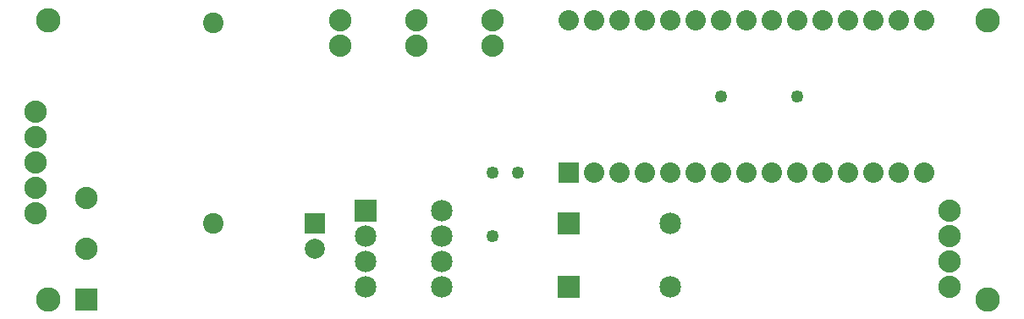
<source format=gts>
G04 MADE WITH FRITZING*
G04 WWW.FRITZING.ORG*
G04 DOUBLE SIDED*
G04 HOLES PLATED*
G04 CONTOUR ON CENTER OF CONTOUR VECTOR*
%ASAXBY*%
%FSLAX23Y23*%
%MOIN*%
%OFA0B0*%
%SFA1.0B1.0*%
%ADD10C,0.085000*%
%ADD11C,0.081181*%
%ADD12C,0.079000*%
%ADD13C,0.088000*%
%ADD14C,0.080000*%
%ADD15C,0.049370*%
%ADD16C,0.096614*%
%ADD17R,0.085000X0.085000*%
%ADD18R,0.079000X0.079000*%
%ADD19R,0.088000X0.088000*%
%ADD20R,0.080000X0.079972*%
%LNMASK1*%
G90*
G70*
G54D10*
X1356Y459D03*
X1656Y459D03*
X1356Y359D03*
X1656Y359D03*
X1356Y259D03*
X1656Y259D03*
X1356Y159D03*
X1656Y159D03*
G54D11*
X756Y1196D03*
X756Y409D03*
X756Y1196D03*
X756Y409D03*
G54D12*
X1156Y409D03*
X1156Y309D03*
G54D10*
X2156Y409D03*
X2556Y409D03*
X2156Y159D03*
X2556Y159D03*
G54D13*
X3656Y159D03*
X3656Y259D03*
X3656Y359D03*
X3656Y459D03*
X56Y446D03*
X56Y546D03*
X56Y646D03*
X56Y746D03*
X56Y846D03*
X256Y109D03*
X256Y309D03*
X256Y509D03*
X1856Y1209D03*
X1856Y1109D03*
X1556Y1209D03*
X1556Y1109D03*
X1256Y1209D03*
X1256Y1109D03*
G54D14*
X2156Y609D03*
X2256Y609D03*
X2356Y609D03*
X2456Y609D03*
X2556Y609D03*
X2656Y609D03*
X2756Y609D03*
X2856Y609D03*
X2956Y609D03*
X3056Y609D03*
X3156Y609D03*
X3256Y609D03*
X3356Y609D03*
X3456Y609D03*
X3556Y609D03*
X2156Y1209D03*
X2256Y1209D03*
X2356Y1209D03*
X2456Y1209D03*
X2556Y1209D03*
X2656Y1209D03*
X2756Y1209D03*
X2856Y1209D03*
X2956Y1209D03*
X3056Y1209D03*
X3156Y1209D03*
X3256Y1209D03*
X3356Y1209D03*
X3456Y1209D03*
X3556Y1209D03*
G54D15*
X1856Y609D03*
X1956Y609D03*
X1856Y357D03*
X3056Y909D03*
X2756Y909D03*
G54D16*
X3806Y1209D03*
X3806Y109D03*
X106Y1209D03*
X106Y109D03*
G54D17*
X1356Y459D03*
G54D18*
X1156Y409D03*
G54D17*
X2156Y409D03*
X2156Y159D03*
G54D19*
X256Y109D03*
G54D20*
X2156Y608D03*
G04 End of Mask1*
M02*
</source>
